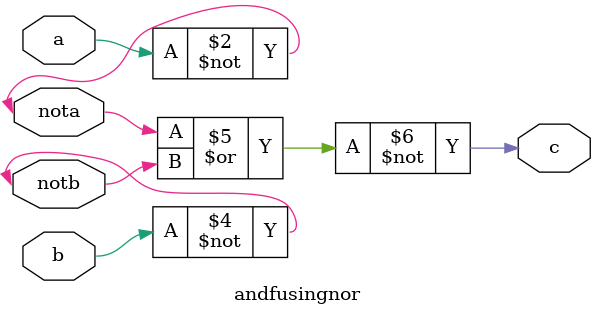
<source format=v>
`timescale 1ns / 1ps

module andfusingnor(
    input a,
    input b,
    inout nota,
    inout notb,
    output c
    );

nor(nota,a,a);
nor(notb,b,b);
nor(c,nota,notb);

endmodule

</source>
